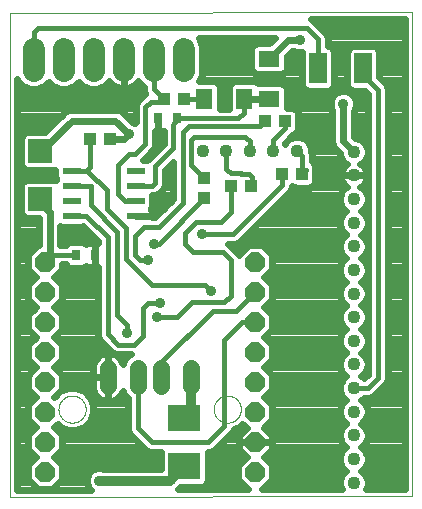
<source format=gtl>
G75*
%MOIN*%
%OFA0B0*%
%FSLAX25Y25*%
%IPPOS*%
%LPD*%
%AMOC8*
5,1,8,0,0,1.08239X$1,22.5*
%
%ADD10C,0.00000*%
%ADD11R,0.06000X0.10000*%
%ADD12R,0.03000X0.03800*%
%ADD13R,0.07874X0.07874*%
%ADD14R,0.11000X0.09000*%
%ADD15R,0.03937X0.04331*%
%ADD16R,0.04331X0.03937*%
%ADD17C,0.04362*%
%ADD18OC8,0.06600*%
%ADD19R,0.06300X0.02400*%
%ADD20C,0.05740*%
%ADD21C,0.07400*%
%ADD22R,0.07087X0.05512*%
%ADD23R,0.05512X0.07087*%
%ADD24C,0.03562*%
%ADD25C,0.02400*%
%ADD26C,0.03200*%
%ADD27C,0.01600*%
D10*
X0002200Y0012366D02*
X0002200Y0173783D01*
X0136255Y0173980D01*
X0136255Y0012563D01*
X0002200Y0012366D01*
X0018341Y0041618D02*
X0018343Y0041752D01*
X0018349Y0041886D01*
X0018359Y0042020D01*
X0018373Y0042154D01*
X0018391Y0042287D01*
X0018412Y0042419D01*
X0018438Y0042551D01*
X0018468Y0042682D01*
X0018501Y0042812D01*
X0018538Y0042940D01*
X0018580Y0043068D01*
X0018624Y0043195D01*
X0018673Y0043320D01*
X0018725Y0043443D01*
X0018781Y0043565D01*
X0018841Y0043686D01*
X0018904Y0043804D01*
X0018970Y0043921D01*
X0019040Y0044035D01*
X0019113Y0044148D01*
X0019190Y0044258D01*
X0019270Y0044366D01*
X0019353Y0044471D01*
X0019439Y0044574D01*
X0019528Y0044674D01*
X0019620Y0044772D01*
X0019715Y0044867D01*
X0019813Y0044959D01*
X0019913Y0045048D01*
X0020016Y0045134D01*
X0020121Y0045217D01*
X0020229Y0045297D01*
X0020339Y0045374D01*
X0020452Y0045447D01*
X0020566Y0045517D01*
X0020683Y0045583D01*
X0020801Y0045646D01*
X0020922Y0045706D01*
X0021044Y0045762D01*
X0021167Y0045814D01*
X0021292Y0045863D01*
X0021419Y0045907D01*
X0021547Y0045949D01*
X0021675Y0045986D01*
X0021805Y0046019D01*
X0021936Y0046049D01*
X0022068Y0046075D01*
X0022200Y0046096D01*
X0022333Y0046114D01*
X0022467Y0046128D01*
X0022601Y0046138D01*
X0022735Y0046144D01*
X0022869Y0046146D01*
X0023003Y0046144D01*
X0023137Y0046138D01*
X0023271Y0046128D01*
X0023405Y0046114D01*
X0023538Y0046096D01*
X0023670Y0046075D01*
X0023802Y0046049D01*
X0023933Y0046019D01*
X0024063Y0045986D01*
X0024191Y0045949D01*
X0024319Y0045907D01*
X0024446Y0045863D01*
X0024571Y0045814D01*
X0024694Y0045762D01*
X0024816Y0045706D01*
X0024937Y0045646D01*
X0025055Y0045583D01*
X0025172Y0045517D01*
X0025286Y0045447D01*
X0025399Y0045374D01*
X0025509Y0045297D01*
X0025617Y0045217D01*
X0025722Y0045134D01*
X0025825Y0045048D01*
X0025925Y0044959D01*
X0026023Y0044867D01*
X0026118Y0044772D01*
X0026210Y0044674D01*
X0026299Y0044574D01*
X0026385Y0044471D01*
X0026468Y0044366D01*
X0026548Y0044258D01*
X0026625Y0044148D01*
X0026698Y0044035D01*
X0026768Y0043921D01*
X0026834Y0043804D01*
X0026897Y0043686D01*
X0026957Y0043565D01*
X0027013Y0043443D01*
X0027065Y0043320D01*
X0027114Y0043195D01*
X0027158Y0043068D01*
X0027200Y0042940D01*
X0027237Y0042812D01*
X0027270Y0042682D01*
X0027300Y0042551D01*
X0027326Y0042419D01*
X0027347Y0042287D01*
X0027365Y0042154D01*
X0027379Y0042020D01*
X0027389Y0041886D01*
X0027395Y0041752D01*
X0027397Y0041618D01*
X0027395Y0041484D01*
X0027389Y0041350D01*
X0027379Y0041216D01*
X0027365Y0041082D01*
X0027347Y0040949D01*
X0027326Y0040817D01*
X0027300Y0040685D01*
X0027270Y0040554D01*
X0027237Y0040424D01*
X0027200Y0040296D01*
X0027158Y0040168D01*
X0027114Y0040041D01*
X0027065Y0039916D01*
X0027013Y0039793D01*
X0026957Y0039671D01*
X0026897Y0039550D01*
X0026834Y0039432D01*
X0026768Y0039315D01*
X0026698Y0039201D01*
X0026625Y0039088D01*
X0026548Y0038978D01*
X0026468Y0038870D01*
X0026385Y0038765D01*
X0026299Y0038662D01*
X0026210Y0038562D01*
X0026118Y0038464D01*
X0026023Y0038369D01*
X0025925Y0038277D01*
X0025825Y0038188D01*
X0025722Y0038102D01*
X0025617Y0038019D01*
X0025509Y0037939D01*
X0025399Y0037862D01*
X0025286Y0037789D01*
X0025172Y0037719D01*
X0025055Y0037653D01*
X0024937Y0037590D01*
X0024816Y0037530D01*
X0024694Y0037474D01*
X0024571Y0037422D01*
X0024446Y0037373D01*
X0024319Y0037329D01*
X0024191Y0037287D01*
X0024063Y0037250D01*
X0023933Y0037217D01*
X0023802Y0037187D01*
X0023670Y0037161D01*
X0023538Y0037140D01*
X0023405Y0037122D01*
X0023271Y0037108D01*
X0023137Y0037098D01*
X0023003Y0037092D01*
X0022869Y0037090D01*
X0022735Y0037092D01*
X0022601Y0037098D01*
X0022467Y0037108D01*
X0022333Y0037122D01*
X0022200Y0037140D01*
X0022068Y0037161D01*
X0021936Y0037187D01*
X0021805Y0037217D01*
X0021675Y0037250D01*
X0021547Y0037287D01*
X0021419Y0037329D01*
X0021292Y0037373D01*
X0021167Y0037422D01*
X0021044Y0037474D01*
X0020922Y0037530D01*
X0020801Y0037590D01*
X0020683Y0037653D01*
X0020566Y0037719D01*
X0020452Y0037789D01*
X0020339Y0037862D01*
X0020229Y0037939D01*
X0020121Y0038019D01*
X0020016Y0038102D01*
X0019913Y0038188D01*
X0019813Y0038277D01*
X0019715Y0038369D01*
X0019620Y0038464D01*
X0019528Y0038562D01*
X0019439Y0038662D01*
X0019353Y0038765D01*
X0019270Y0038870D01*
X0019190Y0038978D01*
X0019113Y0039088D01*
X0019040Y0039201D01*
X0018970Y0039315D01*
X0018904Y0039432D01*
X0018841Y0039550D01*
X0018781Y0039671D01*
X0018725Y0039793D01*
X0018673Y0039916D01*
X0018624Y0040041D01*
X0018580Y0040168D01*
X0018538Y0040296D01*
X0018501Y0040424D01*
X0018468Y0040554D01*
X0018438Y0040685D01*
X0018412Y0040817D01*
X0018391Y0040949D01*
X0018373Y0041082D01*
X0018359Y0041216D01*
X0018349Y0041350D01*
X0018343Y0041484D01*
X0018341Y0041618D01*
X0070074Y0041618D02*
X0070076Y0041752D01*
X0070082Y0041886D01*
X0070092Y0042020D01*
X0070106Y0042154D01*
X0070124Y0042287D01*
X0070145Y0042419D01*
X0070171Y0042551D01*
X0070201Y0042682D01*
X0070234Y0042812D01*
X0070271Y0042940D01*
X0070313Y0043068D01*
X0070357Y0043195D01*
X0070406Y0043320D01*
X0070458Y0043443D01*
X0070514Y0043565D01*
X0070574Y0043686D01*
X0070637Y0043804D01*
X0070703Y0043921D01*
X0070773Y0044035D01*
X0070846Y0044148D01*
X0070923Y0044258D01*
X0071003Y0044366D01*
X0071086Y0044471D01*
X0071172Y0044574D01*
X0071261Y0044674D01*
X0071353Y0044772D01*
X0071448Y0044867D01*
X0071546Y0044959D01*
X0071646Y0045048D01*
X0071749Y0045134D01*
X0071854Y0045217D01*
X0071962Y0045297D01*
X0072072Y0045374D01*
X0072185Y0045447D01*
X0072299Y0045517D01*
X0072416Y0045583D01*
X0072534Y0045646D01*
X0072655Y0045706D01*
X0072777Y0045762D01*
X0072900Y0045814D01*
X0073025Y0045863D01*
X0073152Y0045907D01*
X0073280Y0045949D01*
X0073408Y0045986D01*
X0073538Y0046019D01*
X0073669Y0046049D01*
X0073801Y0046075D01*
X0073933Y0046096D01*
X0074066Y0046114D01*
X0074200Y0046128D01*
X0074334Y0046138D01*
X0074468Y0046144D01*
X0074602Y0046146D01*
X0074736Y0046144D01*
X0074870Y0046138D01*
X0075004Y0046128D01*
X0075138Y0046114D01*
X0075271Y0046096D01*
X0075403Y0046075D01*
X0075535Y0046049D01*
X0075666Y0046019D01*
X0075796Y0045986D01*
X0075924Y0045949D01*
X0076052Y0045907D01*
X0076179Y0045863D01*
X0076304Y0045814D01*
X0076427Y0045762D01*
X0076549Y0045706D01*
X0076670Y0045646D01*
X0076788Y0045583D01*
X0076905Y0045517D01*
X0077019Y0045447D01*
X0077132Y0045374D01*
X0077242Y0045297D01*
X0077350Y0045217D01*
X0077455Y0045134D01*
X0077558Y0045048D01*
X0077658Y0044959D01*
X0077756Y0044867D01*
X0077851Y0044772D01*
X0077943Y0044674D01*
X0078032Y0044574D01*
X0078118Y0044471D01*
X0078201Y0044366D01*
X0078281Y0044258D01*
X0078358Y0044148D01*
X0078431Y0044035D01*
X0078501Y0043921D01*
X0078567Y0043804D01*
X0078630Y0043686D01*
X0078690Y0043565D01*
X0078746Y0043443D01*
X0078798Y0043320D01*
X0078847Y0043195D01*
X0078891Y0043068D01*
X0078933Y0042940D01*
X0078970Y0042812D01*
X0079003Y0042682D01*
X0079033Y0042551D01*
X0079059Y0042419D01*
X0079080Y0042287D01*
X0079098Y0042154D01*
X0079112Y0042020D01*
X0079122Y0041886D01*
X0079128Y0041752D01*
X0079130Y0041618D01*
X0079128Y0041484D01*
X0079122Y0041350D01*
X0079112Y0041216D01*
X0079098Y0041082D01*
X0079080Y0040949D01*
X0079059Y0040817D01*
X0079033Y0040685D01*
X0079003Y0040554D01*
X0078970Y0040424D01*
X0078933Y0040296D01*
X0078891Y0040168D01*
X0078847Y0040041D01*
X0078798Y0039916D01*
X0078746Y0039793D01*
X0078690Y0039671D01*
X0078630Y0039550D01*
X0078567Y0039432D01*
X0078501Y0039315D01*
X0078431Y0039201D01*
X0078358Y0039088D01*
X0078281Y0038978D01*
X0078201Y0038870D01*
X0078118Y0038765D01*
X0078032Y0038662D01*
X0077943Y0038562D01*
X0077851Y0038464D01*
X0077756Y0038369D01*
X0077658Y0038277D01*
X0077558Y0038188D01*
X0077455Y0038102D01*
X0077350Y0038019D01*
X0077242Y0037939D01*
X0077132Y0037862D01*
X0077019Y0037789D01*
X0076905Y0037719D01*
X0076788Y0037653D01*
X0076670Y0037590D01*
X0076549Y0037530D01*
X0076427Y0037474D01*
X0076304Y0037422D01*
X0076179Y0037373D01*
X0076052Y0037329D01*
X0075924Y0037287D01*
X0075796Y0037250D01*
X0075666Y0037217D01*
X0075535Y0037187D01*
X0075403Y0037161D01*
X0075271Y0037140D01*
X0075138Y0037122D01*
X0075004Y0037108D01*
X0074870Y0037098D01*
X0074736Y0037092D01*
X0074602Y0037090D01*
X0074468Y0037092D01*
X0074334Y0037098D01*
X0074200Y0037108D01*
X0074066Y0037122D01*
X0073933Y0037140D01*
X0073801Y0037161D01*
X0073669Y0037187D01*
X0073538Y0037217D01*
X0073408Y0037250D01*
X0073280Y0037287D01*
X0073152Y0037329D01*
X0073025Y0037373D01*
X0072900Y0037422D01*
X0072777Y0037474D01*
X0072655Y0037530D01*
X0072534Y0037590D01*
X0072416Y0037653D01*
X0072299Y0037719D01*
X0072185Y0037789D01*
X0072072Y0037862D01*
X0071962Y0037939D01*
X0071854Y0038019D01*
X0071749Y0038102D01*
X0071646Y0038188D01*
X0071546Y0038277D01*
X0071448Y0038369D01*
X0071353Y0038464D01*
X0071261Y0038562D01*
X0071172Y0038662D01*
X0071086Y0038765D01*
X0071003Y0038870D01*
X0070923Y0038978D01*
X0070846Y0039088D01*
X0070773Y0039201D01*
X0070703Y0039315D01*
X0070637Y0039432D01*
X0070574Y0039550D01*
X0070514Y0039671D01*
X0070458Y0039793D01*
X0070406Y0039916D01*
X0070357Y0040041D01*
X0070313Y0040168D01*
X0070271Y0040296D01*
X0070234Y0040424D01*
X0070201Y0040554D01*
X0070171Y0040685D01*
X0070145Y0040817D01*
X0070124Y0040949D01*
X0070106Y0041082D01*
X0070092Y0041216D01*
X0070082Y0041350D01*
X0070076Y0041484D01*
X0070074Y0041618D01*
D11*
X0104936Y0155201D03*
X0119936Y0155201D03*
D12*
X0057741Y0138547D03*
X0051541Y0138547D03*
X0030497Y0093035D03*
X0024297Y0093035D03*
D13*
X0012239Y0111776D03*
X0012239Y0127524D03*
D14*
X0060271Y0038728D03*
X0060271Y0022618D03*
D15*
X0075980Y0115949D03*
X0082672Y0115949D03*
X0092948Y0120043D03*
X0099641Y0120043D03*
X0093893Y0137524D03*
X0087200Y0137524D03*
X0060192Y0144925D03*
X0053499Y0144925D03*
X0035625Y0131815D03*
X0028932Y0131815D03*
D16*
X0067003Y0118587D03*
X0067003Y0111894D03*
D17*
X0066373Y0127642D03*
X0074247Y0127642D03*
X0082121Y0127642D03*
X0089995Y0127642D03*
X0097869Y0127642D03*
X0116767Y0127366D03*
X0116767Y0119492D03*
X0116767Y0111618D03*
X0116767Y0103744D03*
X0116767Y0095870D03*
X0116767Y0087996D03*
X0116767Y0080122D03*
X0116767Y0072248D03*
X0116767Y0064374D03*
X0116767Y0056500D03*
X0116767Y0048626D03*
X0116767Y0040752D03*
X0116767Y0032878D03*
X0116767Y0025004D03*
X0116767Y0017130D03*
D18*
X0083932Y0020555D03*
X0083932Y0030555D03*
X0083932Y0040555D03*
X0083932Y0050555D03*
X0083932Y0060555D03*
X0083932Y0070555D03*
X0083932Y0080555D03*
X0083932Y0090555D03*
X0013932Y0090555D03*
X0013932Y0080555D03*
X0013932Y0070555D03*
X0013932Y0060555D03*
X0013932Y0050555D03*
X0013932Y0040555D03*
X0013932Y0030555D03*
X0013932Y0020555D03*
D19*
X0022860Y0106087D03*
X0022860Y0111087D03*
X0022860Y0116087D03*
X0022860Y0121087D03*
X0044060Y0121087D03*
X0044060Y0116087D03*
X0044060Y0111087D03*
X0044060Y0106087D03*
D20*
X0044798Y0055157D02*
X0044798Y0049417D01*
X0052672Y0049417D02*
X0052672Y0055157D01*
X0062515Y0055157D02*
X0062515Y0049417D01*
X0034956Y0049417D02*
X0034956Y0055157D01*
D21*
X0030074Y0154335D02*
X0030074Y0161735D01*
X0020074Y0161735D02*
X0020074Y0154335D01*
X0010074Y0154335D02*
X0010074Y0161735D01*
X0040074Y0161735D02*
X0040074Y0154335D01*
X0050074Y0154335D02*
X0050074Y0161735D01*
X0060074Y0161735D02*
X0060074Y0154335D01*
D22*
X0088539Y0158390D03*
X0088539Y0145004D03*
D23*
X0080310Y0144925D03*
X0066924Y0144925D03*
D24*
X0051413Y0130909D03*
X0041767Y0133350D03*
X0055704Y0118626D03*
X0051216Y0107169D03*
X0050113Y0096776D03*
X0048224Y0091343D03*
X0052082Y0077012D03*
X0051137Y0072169D03*
X0041334Y0067012D03*
X0021452Y0099925D03*
X0066019Y0099886D03*
X0069050Y0081067D03*
X0113224Y0143350D03*
X0098735Y0164728D03*
X0031964Y0017799D03*
D25*
X0033233Y0021799D02*
X0032795Y0021980D01*
X0031132Y0021980D01*
X0029595Y0021344D01*
X0028419Y0020168D01*
X0027783Y0018631D01*
X0027783Y0016968D01*
X0028419Y0015431D01*
X0029044Y0014806D01*
X0004600Y0014770D01*
X0004600Y0151611D01*
X0004903Y0150880D01*
X0006619Y0149164D01*
X0008861Y0148235D01*
X0011287Y0148235D01*
X0013529Y0149164D01*
X0015074Y0150709D01*
X0016619Y0149164D01*
X0018861Y0148235D01*
X0021287Y0148235D01*
X0023529Y0149164D01*
X0025074Y0150709D01*
X0026619Y0149164D01*
X0028861Y0148235D01*
X0031287Y0148235D01*
X0033529Y0149164D01*
X0035245Y0150880D01*
X0035262Y0150921D01*
X0035574Y0150492D01*
X0036230Y0149835D01*
X0036982Y0149289D01*
X0037809Y0148868D01*
X0038692Y0148581D01*
X0039610Y0148435D01*
X0040074Y0148435D01*
X0040538Y0148435D01*
X0041456Y0148581D01*
X0042339Y0148868D01*
X0043166Y0149289D01*
X0043918Y0149835D01*
X0044574Y0150492D01*
X0044886Y0150921D01*
X0044903Y0150880D01*
X0046619Y0149164D01*
X0046874Y0149058D01*
X0046874Y0147714D01*
X0047268Y0146763D01*
X0045427Y0144921D01*
X0044527Y0144021D01*
X0044039Y0142845D01*
X0044039Y0137428D01*
X0044000Y0137333D01*
X0044000Y0136951D01*
X0042732Y0137476D01*
X0039357Y0140851D01*
X0038034Y0141399D01*
X0022035Y0141399D01*
X0020712Y0140851D01*
X0019699Y0139838D01*
X0013721Y0133861D01*
X0007825Y0133861D01*
X0006943Y0133495D01*
X0006268Y0132820D01*
X0005902Y0131938D01*
X0005902Y0123109D01*
X0006268Y0122227D01*
X0006943Y0121552D01*
X0007825Y0121187D01*
X0016654Y0121187D01*
X0017310Y0121458D01*
X0017310Y0119409D01*
X0017651Y0118587D01*
X0017337Y0117830D01*
X0016654Y0118113D01*
X0007825Y0118113D01*
X0006943Y0117747D01*
X0006268Y0117072D01*
X0005902Y0116190D01*
X0005902Y0107361D01*
X0006268Y0106479D01*
X0006943Y0105804D01*
X0007825Y0105439D01*
X0011750Y0105439D01*
X0011750Y0096255D01*
X0011571Y0096255D01*
X0008232Y0092916D01*
X0008232Y0088194D01*
X0010871Y0085555D01*
X0008232Y0082916D01*
X0008232Y0078194D01*
X0010871Y0075555D01*
X0008232Y0072916D01*
X0008232Y0068194D01*
X0010871Y0065555D01*
X0008232Y0062916D01*
X0008232Y0058194D01*
X0010871Y0055555D01*
X0008232Y0052916D01*
X0008232Y0048194D01*
X0010871Y0045555D01*
X0008232Y0042916D01*
X0008232Y0038194D01*
X0010871Y0035555D01*
X0008232Y0032916D01*
X0008232Y0028194D01*
X0010871Y0025555D01*
X0008232Y0022916D01*
X0008232Y0018194D01*
X0011571Y0014855D01*
X0016293Y0014855D01*
X0019632Y0018194D01*
X0019632Y0022916D01*
X0016993Y0025555D01*
X0019632Y0028194D01*
X0019632Y0032916D01*
X0016993Y0035555D01*
X0018064Y0036626D01*
X0018945Y0035745D01*
X0021491Y0034691D01*
X0024247Y0034691D01*
X0026793Y0035745D01*
X0028742Y0037694D01*
X0029797Y0040240D01*
X0029797Y0042996D01*
X0028742Y0045542D01*
X0026793Y0047491D01*
X0024247Y0048546D01*
X0021491Y0048546D01*
X0018945Y0047491D01*
X0017001Y0045547D01*
X0016993Y0045555D01*
X0019632Y0048194D01*
X0019632Y0052916D01*
X0016993Y0055555D01*
X0019632Y0058194D01*
X0019632Y0062916D01*
X0016993Y0065555D01*
X0019632Y0068194D01*
X0019632Y0072916D01*
X0016993Y0075555D01*
X0019632Y0078194D01*
X0019632Y0082916D01*
X0016993Y0085555D01*
X0019632Y0088194D01*
X0019632Y0089835D01*
X0020738Y0089835D01*
X0020762Y0089776D01*
X0021437Y0089101D01*
X0022319Y0088735D01*
X0026274Y0088735D01*
X0027156Y0089101D01*
X0027538Y0089483D01*
X0027646Y0089375D01*
X0028148Y0089085D01*
X0028707Y0088935D01*
X0030497Y0088935D01*
X0031520Y0088935D01*
X0031520Y0066021D01*
X0032007Y0064845D01*
X0035590Y0061262D01*
X0036490Y0060362D01*
X0037666Y0059875D01*
X0042416Y0059875D01*
X0041813Y0059625D01*
X0040331Y0058143D01*
X0039763Y0056771D01*
X0039655Y0057104D01*
X0039292Y0057815D01*
X0038823Y0058460D01*
X0038259Y0059025D01*
X0037613Y0059494D01*
X0036902Y0059856D01*
X0036143Y0060103D01*
X0035355Y0060228D01*
X0034956Y0060228D01*
X0034956Y0052288D01*
X0034956Y0052288D01*
X0034956Y0060228D01*
X0034557Y0060228D01*
X0033769Y0060103D01*
X0033010Y0059856D01*
X0032299Y0059494D01*
X0031653Y0059025D01*
X0031089Y0058460D01*
X0030620Y0057815D01*
X0030257Y0057104D01*
X0030011Y0056345D01*
X0029886Y0055557D01*
X0029886Y0052287D01*
X0029886Y0049018D01*
X0030011Y0048230D01*
X0030257Y0047471D01*
X0030620Y0046760D01*
X0031089Y0046114D01*
X0031653Y0045550D01*
X0032299Y0045081D01*
X0033010Y0044719D01*
X0033769Y0044472D01*
X0034557Y0044347D01*
X0034956Y0044347D01*
X0035355Y0044347D01*
X0036143Y0044472D01*
X0036902Y0044719D01*
X0037613Y0045081D01*
X0038259Y0045550D01*
X0038823Y0046114D01*
X0039292Y0046760D01*
X0039655Y0047471D01*
X0039763Y0047804D01*
X0040331Y0046432D01*
X0041598Y0045164D01*
X0041598Y0034525D01*
X0042086Y0033349D01*
X0047553Y0027882D01*
X0048729Y0027394D01*
X0052371Y0027394D01*
X0052371Y0021799D01*
X0033233Y0021799D01*
X0032844Y0021960D02*
X0052371Y0021960D01*
X0052371Y0024359D02*
X0018190Y0024359D01*
X0019632Y0021960D02*
X0031084Y0021960D01*
X0028168Y0019562D02*
X0019632Y0019562D01*
X0018601Y0017163D02*
X0027783Y0017163D01*
X0018195Y0026757D02*
X0052371Y0026757D01*
X0046279Y0029156D02*
X0019632Y0029156D01*
X0019632Y0031554D02*
X0043880Y0031554D01*
X0041835Y0033953D02*
X0018596Y0033953D01*
X0018339Y0036351D02*
X0017789Y0036351D01*
X0010075Y0036351D02*
X0004600Y0036351D01*
X0004600Y0033953D02*
X0009269Y0033953D01*
X0008232Y0031554D02*
X0004600Y0031554D01*
X0004600Y0029156D02*
X0008232Y0029156D01*
X0009669Y0026757D02*
X0004600Y0026757D01*
X0004600Y0024359D02*
X0009675Y0024359D01*
X0008232Y0021960D02*
X0004600Y0021960D01*
X0004600Y0019562D02*
X0008232Y0019562D01*
X0009263Y0017163D02*
X0004600Y0017163D01*
X0004600Y0038750D02*
X0008232Y0038750D01*
X0008232Y0041148D02*
X0004600Y0041148D01*
X0004600Y0043547D02*
X0008863Y0043547D01*
X0010481Y0045945D02*
X0004600Y0045945D01*
X0004600Y0048344D02*
X0008232Y0048344D01*
X0008232Y0050742D02*
X0004600Y0050742D01*
X0004600Y0053141D02*
X0008457Y0053141D01*
X0010855Y0055539D02*
X0004600Y0055539D01*
X0004600Y0057938D02*
X0008489Y0057938D01*
X0008232Y0060336D02*
X0004600Y0060336D01*
X0004600Y0062735D02*
X0008232Y0062735D01*
X0010450Y0065133D02*
X0004600Y0065133D01*
X0004600Y0067532D02*
X0008894Y0067532D01*
X0008232Y0069930D02*
X0004600Y0069930D01*
X0004600Y0072329D02*
X0008232Y0072329D01*
X0010044Y0074727D02*
X0004600Y0074727D01*
X0004600Y0077126D02*
X0009300Y0077126D01*
X0008232Y0079524D02*
X0004600Y0079524D01*
X0004600Y0081923D02*
X0008232Y0081923D01*
X0009638Y0084321D02*
X0004600Y0084321D01*
X0004600Y0086720D02*
X0009706Y0086720D01*
X0008232Y0089119D02*
X0004600Y0089119D01*
X0004600Y0091517D02*
X0008232Y0091517D01*
X0009232Y0093916D02*
X0004600Y0093916D01*
X0004600Y0096314D02*
X0011750Y0096314D01*
X0011750Y0098713D02*
X0004600Y0098713D01*
X0004600Y0101111D02*
X0011750Y0101111D01*
X0011750Y0103510D02*
X0004600Y0103510D01*
X0004600Y0105908D02*
X0006839Y0105908D01*
X0005902Y0108307D02*
X0004600Y0108307D01*
X0004600Y0110705D02*
X0005902Y0110705D01*
X0005902Y0113104D02*
X0004600Y0113104D01*
X0004600Y0115502D02*
X0005902Y0115502D01*
X0004600Y0117901D02*
X0007313Y0117901D01*
X0004600Y0120299D02*
X0017310Y0120299D01*
X0017366Y0117901D02*
X0017165Y0117901D01*
X0012239Y0111776D02*
X0012239Y0110358D01*
X0015350Y0107248D01*
X0015350Y0092839D01*
X0015350Y0091972D01*
X0013932Y0090555D01*
X0018158Y0086720D02*
X0031520Y0086720D01*
X0030497Y0088935D02*
X0030497Y0093035D01*
X0030497Y0093035D01*
X0030497Y0088935D01*
X0030497Y0089119D02*
X0030497Y0089119D01*
X0030497Y0091517D02*
X0030497Y0091517D01*
X0030497Y0093036D02*
X0030497Y0097135D01*
X0031520Y0097135D01*
X0031520Y0097537D01*
X0026546Y0102511D01*
X0026487Y0102487D01*
X0019232Y0102487D01*
X0018950Y0102604D01*
X0018950Y0096235D01*
X0020738Y0096235D01*
X0020762Y0096295D01*
X0021437Y0096970D01*
X0022319Y0097335D01*
X0026274Y0097335D01*
X0027156Y0096970D01*
X0027538Y0096588D01*
X0027646Y0096696D01*
X0028148Y0096985D01*
X0028707Y0097135D01*
X0030497Y0097135D01*
X0030497Y0093036D01*
X0030497Y0093036D01*
X0030497Y0093916D02*
X0030497Y0093916D01*
X0030497Y0096314D02*
X0030497Y0096314D01*
X0030344Y0098713D02*
X0018950Y0098713D01*
X0018950Y0101111D02*
X0027945Y0101111D01*
X0020781Y0096314D02*
X0018950Y0096314D01*
X0019632Y0089119D02*
X0021420Y0089119D01*
X0018227Y0084321D02*
X0031520Y0084321D01*
X0031520Y0081923D02*
X0019632Y0081923D01*
X0019632Y0079524D02*
X0031520Y0079524D01*
X0031520Y0077126D02*
X0018564Y0077126D01*
X0017821Y0074727D02*
X0031520Y0074727D01*
X0031520Y0072329D02*
X0019632Y0072329D01*
X0019632Y0069930D02*
X0031520Y0069930D01*
X0031520Y0067532D02*
X0018970Y0067532D01*
X0017415Y0065133D02*
X0031887Y0065133D01*
X0034117Y0062735D02*
X0019632Y0062735D01*
X0019632Y0060336D02*
X0036552Y0060336D01*
X0034956Y0057938D02*
X0034956Y0057938D01*
X0034956Y0055539D02*
X0034956Y0055539D01*
X0034956Y0053141D02*
X0034956Y0053141D01*
X0034956Y0052287D02*
X0034956Y0052287D01*
X0034956Y0044347D01*
X0034956Y0052287D01*
X0034956Y0052287D01*
X0029886Y0052287D01*
X0034956Y0052287D01*
X0034956Y0050742D02*
X0034956Y0050742D01*
X0034956Y0048344D02*
X0034956Y0048344D01*
X0034956Y0045945D02*
X0034956Y0045945D01*
X0038654Y0045945D02*
X0040817Y0045945D01*
X0041598Y0043547D02*
X0029569Y0043547D01*
X0029797Y0041148D02*
X0041598Y0041148D01*
X0041598Y0038750D02*
X0029180Y0038750D01*
X0027399Y0036351D02*
X0041598Y0036351D01*
X0031258Y0045945D02*
X0028339Y0045945D01*
X0029993Y0048344D02*
X0024735Y0048344D01*
X0021004Y0048344D02*
X0019632Y0048344D01*
X0019632Y0050742D02*
X0029886Y0050742D01*
X0029886Y0053141D02*
X0019408Y0053141D01*
X0017009Y0055539D02*
X0029886Y0055539D01*
X0030709Y0057938D02*
X0019376Y0057938D01*
X0017399Y0045945D02*
X0017383Y0045945D01*
X0039203Y0057938D02*
X0040246Y0057938D01*
X0028090Y0089119D02*
X0027174Y0089119D01*
X0044060Y0106087D02*
X0044060Y0106087D01*
X0049410Y0106087D01*
X0049410Y0107576D01*
X0049260Y0108136D01*
X0049111Y0108394D01*
X0049244Y0108527D01*
X0049610Y0109409D01*
X0049610Y0112764D01*
X0049559Y0112887D01*
X0050297Y0112887D01*
X0051473Y0113374D01*
X0053220Y0115120D01*
X0053707Y0116297D01*
X0053707Y0119633D01*
X0053825Y0119919D01*
X0053825Y0121316D01*
X0056638Y0124129D01*
X0056638Y0111566D01*
X0050678Y0105605D01*
X0049410Y0105605D01*
X0049410Y0106087D01*
X0044060Y0106087D01*
X0049410Y0105908D02*
X0050980Y0105908D01*
X0049161Y0108307D02*
X0053379Y0108307D01*
X0055777Y0110705D02*
X0049610Y0110705D01*
X0050821Y0113104D02*
X0056638Y0113104D01*
X0056638Y0115502D02*
X0053378Y0115502D01*
X0053707Y0117901D02*
X0056638Y0117901D01*
X0056638Y0120299D02*
X0053825Y0120299D01*
X0055207Y0122698D02*
X0056638Y0122698D01*
X0050953Y0127495D02*
X0049295Y0127495D01*
X0049013Y0127212D02*
X0049913Y0128113D01*
X0050400Y0129289D01*
X0050400Y0134447D01*
X0051541Y0134447D01*
X0053331Y0134447D01*
X0053370Y0134458D01*
X0053370Y0129912D01*
X0048813Y0125355D01*
X0048813Y0125355D01*
X0048011Y0124553D01*
X0047687Y0124687D01*
X0046487Y0124687D01*
X0049013Y0127212D01*
X0048554Y0125096D02*
X0046896Y0125096D01*
X0050400Y0129893D02*
X0053351Y0129893D01*
X0053370Y0132292D02*
X0050400Y0132292D01*
X0051541Y0134447D02*
X0051541Y0138547D01*
X0051541Y0134447D01*
X0051541Y0134690D02*
X0051541Y0134690D01*
X0051541Y0137089D02*
X0051541Y0137089D01*
X0051541Y0138547D02*
X0051541Y0138547D01*
X0045427Y0144921D02*
X0045427Y0144921D01*
X0044789Y0144284D02*
X0004600Y0144284D01*
X0004600Y0141886D02*
X0044039Y0141886D01*
X0044039Y0139487D02*
X0040721Y0139487D01*
X0043667Y0137089D02*
X0044000Y0137089D01*
X0041767Y0133350D02*
X0037318Y0137799D01*
X0022751Y0137799D01*
X0012476Y0127524D01*
X0012239Y0127524D01*
X0005902Y0127495D02*
X0004600Y0127495D01*
X0004600Y0129893D02*
X0005902Y0129893D01*
X0006049Y0132292D02*
X0004600Y0132292D01*
X0004600Y0134690D02*
X0014551Y0134690D01*
X0016950Y0137089D02*
X0004600Y0137089D01*
X0004600Y0139487D02*
X0019348Y0139487D01*
X0016819Y0149081D02*
X0013329Y0149081D01*
X0006819Y0149081D02*
X0004600Y0149081D01*
X0004600Y0146683D02*
X0047188Y0146683D01*
X0046819Y0149081D02*
X0042758Y0149081D01*
X0040074Y0149081D02*
X0040074Y0149081D01*
X0040074Y0148435D02*
X0040074Y0158035D01*
X0040074Y0158035D01*
X0040074Y0148435D01*
X0037390Y0149081D02*
X0033329Y0149081D01*
X0040074Y0151480D02*
X0040074Y0151480D01*
X0040074Y0153878D02*
X0040074Y0153878D01*
X0040074Y0156277D02*
X0040074Y0156277D01*
X0026819Y0149081D02*
X0023329Y0149081D01*
X0035625Y0131815D02*
X0037476Y0131815D01*
X0035625Y0131815D02*
X0040231Y0131815D01*
X0041767Y0133350D01*
X0065234Y0150868D02*
X0065245Y0150880D01*
X0066174Y0153122D01*
X0066174Y0162949D01*
X0065245Y0165191D01*
X0065050Y0165387D01*
X0090444Y0165387D01*
X0088603Y0163546D01*
X0084518Y0163546D01*
X0083636Y0163180D01*
X0082961Y0162505D01*
X0082595Y0161623D01*
X0082595Y0155156D01*
X0082961Y0154274D01*
X0083636Y0153599D01*
X0084518Y0153234D01*
X0092559Y0153234D01*
X0093441Y0153599D01*
X0094116Y0154274D01*
X0094482Y0155156D01*
X0094482Y0159242D01*
X0096368Y0161128D01*
X0096501Y0161128D01*
X0097904Y0160547D01*
X0099536Y0160547D01*
X0099536Y0149723D01*
X0099902Y0148841D01*
X0100577Y0148166D01*
X0101459Y0147801D01*
X0108414Y0147801D01*
X0109296Y0148166D01*
X0109971Y0148841D01*
X0110336Y0149723D01*
X0110336Y0160678D01*
X0109971Y0161560D01*
X0109296Y0162235D01*
X0108414Y0162601D01*
X0108136Y0162601D01*
X0108136Y0165463D01*
X0107649Y0166639D01*
X0102989Y0171299D01*
X0102431Y0171531D01*
X0133855Y0171577D01*
X0133855Y0014959D01*
X0120819Y0014940D01*
X0121348Y0016219D01*
X0121348Y0018041D01*
X0120651Y0019725D01*
X0119362Y0021014D01*
X0119233Y0021067D01*
X0119362Y0021120D01*
X0120651Y0022409D01*
X0121348Y0024093D01*
X0121348Y0025915D01*
X0120651Y0027599D01*
X0119362Y0028888D01*
X0119233Y0028941D01*
X0119362Y0028994D01*
X0120651Y0030283D01*
X0121348Y0031967D01*
X0121348Y0033789D01*
X0120651Y0035473D01*
X0119362Y0036762D01*
X0119233Y0036815D01*
X0119362Y0036868D01*
X0120651Y0038157D01*
X0121348Y0039841D01*
X0121348Y0041663D01*
X0120651Y0043347D01*
X0119362Y0044636D01*
X0119233Y0044689D01*
X0119362Y0044742D01*
X0120046Y0045426D01*
X0122010Y0045426D01*
X0123186Y0045913D01*
X0126690Y0049417D01*
X0127590Y0050317D01*
X0128077Y0051493D01*
X0128077Y0148751D01*
X0127590Y0149927D01*
X0125336Y0152181D01*
X0125336Y0160678D01*
X0124971Y0161560D01*
X0124296Y0162235D01*
X0123414Y0162601D01*
X0116459Y0162601D01*
X0115577Y0162235D01*
X0114902Y0161560D01*
X0114536Y0160678D01*
X0114536Y0149723D01*
X0114902Y0148841D01*
X0115577Y0148166D01*
X0116459Y0147801D01*
X0120665Y0147801D01*
X0121677Y0146789D01*
X0121677Y0053455D01*
X0120048Y0051826D01*
X0120046Y0051826D01*
X0119362Y0052510D01*
X0119233Y0052563D01*
X0119362Y0052616D01*
X0120651Y0053905D01*
X0121348Y0055589D01*
X0121348Y0057411D01*
X0120651Y0059095D01*
X0119362Y0060384D01*
X0119233Y0060437D01*
X0119362Y0060490D01*
X0120651Y0061779D01*
X0121348Y0063463D01*
X0121348Y0065285D01*
X0120651Y0066969D01*
X0119362Y0068258D01*
X0119233Y0068311D01*
X0119362Y0068364D01*
X0120651Y0069653D01*
X0121348Y0071337D01*
X0121348Y0073159D01*
X0120651Y0074843D01*
X0119362Y0076132D01*
X0119233Y0076185D01*
X0119362Y0076238D01*
X0120651Y0077527D01*
X0121348Y0079211D01*
X0121348Y0081033D01*
X0120651Y0082717D01*
X0119362Y0084006D01*
X0119233Y0084059D01*
X0119362Y0084112D01*
X0120651Y0085401D01*
X0121348Y0087085D01*
X0121348Y0088907D01*
X0120651Y0090591D01*
X0119362Y0091880D01*
X0119233Y0091933D01*
X0119362Y0091986D01*
X0120651Y0093275D01*
X0121348Y0094959D01*
X0121348Y0096781D01*
X0120651Y0098465D01*
X0119362Y0099754D01*
X0119233Y0099807D01*
X0119362Y0099860D01*
X0120651Y0101149D01*
X0121348Y0102833D01*
X0121348Y0104655D01*
X0120651Y0106339D01*
X0119362Y0107628D01*
X0119233Y0107681D01*
X0119362Y0107734D01*
X0120651Y0109023D01*
X0121348Y0110707D01*
X0121348Y0112529D01*
X0120651Y0114213D01*
X0119362Y0115502D01*
X0118934Y0115679D01*
X0119063Y0115745D01*
X0119621Y0116150D01*
X0120109Y0116638D01*
X0120514Y0117196D01*
X0120827Y0117810D01*
X0121040Y0118466D01*
X0121148Y0119147D01*
X0121148Y0119492D01*
X0116767Y0119492D01*
X0116767Y0119492D01*
X0121148Y0119492D01*
X0121148Y0119837D01*
X0121040Y0120518D01*
X0120827Y0121174D01*
X0120514Y0121788D01*
X0120109Y0122346D01*
X0119621Y0122834D01*
X0119063Y0123239D01*
X0118934Y0123305D01*
X0119362Y0123482D01*
X0120651Y0124771D01*
X0121348Y0126455D01*
X0121348Y0128277D01*
X0120651Y0129961D01*
X0119362Y0131250D01*
X0117678Y0131947D01*
X0117277Y0131947D01*
X0116754Y0132470D01*
X0116809Y0141081D01*
X0117405Y0142519D01*
X0117405Y0144182D01*
X0116768Y0145719D01*
X0115592Y0146895D01*
X0114055Y0147531D01*
X0112392Y0147531D01*
X0110855Y0146895D01*
X0109679Y0145719D01*
X0109043Y0144182D01*
X0109043Y0142519D01*
X0109610Y0141150D01*
X0109549Y0131715D01*
X0109545Y0131704D01*
X0109545Y0131000D01*
X0109540Y0130295D01*
X0109545Y0130284D01*
X0109545Y0130272D01*
X0109814Y0129621D01*
X0110080Y0128968D01*
X0110088Y0128960D01*
X0110093Y0128949D01*
X0110591Y0128451D01*
X0111086Y0127949D01*
X0111097Y0127945D01*
X0112186Y0126856D01*
X0112186Y0126455D01*
X0112883Y0124771D01*
X0114172Y0123482D01*
X0114600Y0123305D01*
X0114471Y0123239D01*
X0113913Y0122834D01*
X0113425Y0122346D01*
X0113020Y0121788D01*
X0112707Y0121174D01*
X0112494Y0120518D01*
X0112386Y0119837D01*
X0112386Y0119492D01*
X0112386Y0119147D01*
X0112494Y0118466D01*
X0112707Y0117810D01*
X0113020Y0117196D01*
X0113425Y0116638D01*
X0113913Y0116150D01*
X0114471Y0115745D01*
X0114600Y0115679D01*
X0114172Y0115502D01*
X0112883Y0114213D01*
X0112186Y0112529D01*
X0112186Y0110707D01*
X0112883Y0109023D01*
X0114172Y0107734D01*
X0114301Y0107681D01*
X0114172Y0107628D01*
X0112883Y0106339D01*
X0112186Y0104655D01*
X0112186Y0102833D01*
X0112883Y0101149D01*
X0114172Y0099860D01*
X0114301Y0099807D01*
X0114172Y0099754D01*
X0112883Y0098465D01*
X0112186Y0096781D01*
X0112186Y0094959D01*
X0112883Y0093275D01*
X0114172Y0091986D01*
X0114301Y0091933D01*
X0114172Y0091880D01*
X0112883Y0090591D01*
X0112186Y0088907D01*
X0112186Y0087085D01*
X0112883Y0085401D01*
X0114172Y0084112D01*
X0114301Y0084059D01*
X0114172Y0084006D01*
X0112883Y0082717D01*
X0112186Y0081033D01*
X0112186Y0079211D01*
X0112883Y0077527D01*
X0114172Y0076238D01*
X0114301Y0076185D01*
X0114172Y0076132D01*
X0112883Y0074843D01*
X0112186Y0073159D01*
X0112186Y0071337D01*
X0112883Y0069653D01*
X0114172Y0068364D01*
X0114301Y0068311D01*
X0114172Y0068258D01*
X0112883Y0066969D01*
X0112186Y0065285D01*
X0112186Y0063463D01*
X0112883Y0061779D01*
X0114172Y0060490D01*
X0114301Y0060437D01*
X0114172Y0060384D01*
X0112883Y0059095D01*
X0112186Y0057411D01*
X0112186Y0055589D01*
X0112883Y0053905D01*
X0114172Y0052616D01*
X0114301Y0052563D01*
X0114172Y0052510D01*
X0112883Y0051221D01*
X0112186Y0049537D01*
X0112186Y0047715D01*
X0112883Y0046031D01*
X0114172Y0044742D01*
X0114301Y0044689D01*
X0114172Y0044636D01*
X0112883Y0043347D01*
X0112186Y0041663D01*
X0112186Y0039841D01*
X0112883Y0038157D01*
X0114172Y0036868D01*
X0114301Y0036815D01*
X0114172Y0036762D01*
X0112883Y0035473D01*
X0112186Y0033789D01*
X0112186Y0031967D01*
X0112883Y0030283D01*
X0114172Y0028994D01*
X0114301Y0028941D01*
X0114172Y0028888D01*
X0112883Y0027599D01*
X0112186Y0025915D01*
X0112186Y0024093D01*
X0112883Y0022409D01*
X0114172Y0021120D01*
X0114301Y0021067D01*
X0114172Y0021014D01*
X0112883Y0019725D01*
X0112186Y0018041D01*
X0112186Y0016219D01*
X0112720Y0014928D01*
X0086328Y0014890D01*
X0089632Y0018194D01*
X0089632Y0022916D01*
X0086852Y0025697D01*
X0089432Y0028277D01*
X0089432Y0030555D01*
X0083932Y0030555D01*
X0078432Y0030555D01*
X0078432Y0028277D01*
X0081013Y0025697D01*
X0078232Y0022916D01*
X0078232Y0018194D01*
X0081544Y0014883D01*
X0058158Y0014848D01*
X0058843Y0015533D01*
X0059028Y0015718D01*
X0066248Y0015718D01*
X0067130Y0016083D01*
X0067805Y0016759D01*
X0068171Y0017641D01*
X0068171Y0027394D01*
X0068978Y0027394D01*
X0070154Y0027882D01*
X0076370Y0034097D01*
X0076747Y0035009D01*
X0078526Y0035745D01*
X0079603Y0036823D01*
X0081013Y0035414D01*
X0078432Y0032833D01*
X0078432Y0030555D01*
X0083932Y0030555D01*
X0083932Y0030555D01*
X0083932Y0030555D01*
X0089432Y0030555D01*
X0089432Y0032833D01*
X0086852Y0035414D01*
X0089632Y0038194D01*
X0089632Y0042916D01*
X0086993Y0045555D01*
X0089632Y0048194D01*
X0089632Y0052916D01*
X0086993Y0055555D01*
X0089632Y0058194D01*
X0089632Y0062916D01*
X0086993Y0065555D01*
X0089632Y0068194D01*
X0089632Y0072916D01*
X0086993Y0075555D01*
X0089632Y0078194D01*
X0089632Y0082916D01*
X0086993Y0085555D01*
X0089632Y0088194D01*
X0089632Y0092916D01*
X0086293Y0096255D01*
X0081571Y0096255D01*
X0078444Y0093128D01*
X0078417Y0093195D01*
X0077517Y0094095D01*
X0074965Y0096646D01*
X0077167Y0096646D01*
X0078343Y0097134D01*
X0079244Y0098034D01*
X0094761Y0113551D01*
X0095661Y0114451D01*
X0096148Y0115627D01*
X0096148Y0115790D01*
X0096276Y0115843D01*
X0096294Y0115862D01*
X0096313Y0115843D01*
X0097195Y0115478D01*
X0102087Y0115478D01*
X0102969Y0115843D01*
X0103644Y0116518D01*
X0104009Y0117401D01*
X0104009Y0122686D01*
X0103644Y0123568D01*
X0102969Y0124243D01*
X0102841Y0124296D01*
X0102841Y0126507D01*
X0102450Y0127449D01*
X0102450Y0128553D01*
X0101753Y0130237D01*
X0100464Y0131525D01*
X0098781Y0132223D01*
X0096958Y0132223D01*
X0095274Y0131525D01*
X0093986Y0130237D01*
X0093932Y0130108D01*
X0093879Y0130237D01*
X0093686Y0130429D01*
X0095706Y0132449D01*
X0096215Y0132958D01*
X0096339Y0132958D01*
X0097221Y0133324D01*
X0097896Y0133999D01*
X0098261Y0134881D01*
X0098261Y0140166D01*
X0097896Y0141048D01*
X0097221Y0141724D01*
X0096339Y0142089D01*
X0094482Y0142089D01*
X0094482Y0148237D01*
X0094116Y0149119D01*
X0093441Y0149794D01*
X0092559Y0150160D01*
X0084769Y0150160D01*
X0084426Y0150503D01*
X0083544Y0150868D01*
X0077077Y0150868D01*
X0076195Y0150503D01*
X0075520Y0149828D01*
X0075154Y0148946D01*
X0075154Y0141714D01*
X0072080Y0141720D01*
X0072080Y0148946D01*
X0071715Y0149828D01*
X0071040Y0150503D01*
X0070158Y0150868D01*
X0065234Y0150868D01*
X0065494Y0151480D02*
X0099536Y0151480D01*
X0099802Y0149081D02*
X0094132Y0149081D01*
X0094482Y0146683D02*
X0110643Y0146683D01*
X0110070Y0149081D02*
X0114802Y0149081D01*
X0114536Y0151480D02*
X0110336Y0151480D01*
X0110336Y0153878D02*
X0114536Y0153878D01*
X0114536Y0156277D02*
X0110336Y0156277D01*
X0110336Y0158675D02*
X0114536Y0158675D01*
X0114700Y0161074D02*
X0110172Y0161074D01*
X0108136Y0163472D02*
X0133855Y0163472D01*
X0133855Y0161074D02*
X0125172Y0161074D01*
X0125336Y0158675D02*
X0133855Y0158675D01*
X0133855Y0156277D02*
X0125336Y0156277D01*
X0125336Y0153878D02*
X0133855Y0153878D01*
X0133855Y0151480D02*
X0126037Y0151480D01*
X0127940Y0149081D02*
X0133855Y0149081D01*
X0133855Y0146683D02*
X0128077Y0146683D01*
X0128077Y0144284D02*
X0133855Y0144284D01*
X0133855Y0141886D02*
X0128077Y0141886D01*
X0128077Y0139487D02*
X0133855Y0139487D01*
X0133855Y0137089D02*
X0128077Y0137089D01*
X0128077Y0134690D02*
X0133855Y0134690D01*
X0133855Y0132292D02*
X0128077Y0132292D01*
X0128077Y0129893D02*
X0133855Y0129893D01*
X0133855Y0127495D02*
X0128077Y0127495D01*
X0128077Y0125096D02*
X0133855Y0125096D01*
X0133855Y0122698D02*
X0128077Y0122698D01*
X0128077Y0120299D02*
X0133855Y0120299D01*
X0133855Y0117901D02*
X0128077Y0117901D01*
X0128077Y0115502D02*
X0133855Y0115502D01*
X0133855Y0113104D02*
X0128077Y0113104D01*
X0128077Y0110705D02*
X0133855Y0110705D01*
X0133855Y0108307D02*
X0128077Y0108307D01*
X0128077Y0105908D02*
X0133855Y0105908D01*
X0133855Y0103510D02*
X0128077Y0103510D01*
X0128077Y0101111D02*
X0133855Y0101111D01*
X0133855Y0098713D02*
X0128077Y0098713D01*
X0128077Y0096314D02*
X0133855Y0096314D01*
X0133855Y0093916D02*
X0128077Y0093916D01*
X0128077Y0091517D02*
X0133855Y0091517D01*
X0133855Y0089119D02*
X0128077Y0089119D01*
X0128077Y0086720D02*
X0133855Y0086720D01*
X0133855Y0084321D02*
X0128077Y0084321D01*
X0128077Y0081923D02*
X0133855Y0081923D01*
X0133855Y0079524D02*
X0128077Y0079524D01*
X0128077Y0077126D02*
X0133855Y0077126D01*
X0133855Y0074727D02*
X0128077Y0074727D01*
X0128077Y0072329D02*
X0133855Y0072329D01*
X0133855Y0069930D02*
X0128077Y0069930D01*
X0128077Y0067532D02*
X0133855Y0067532D01*
X0133855Y0065133D02*
X0128077Y0065133D01*
X0128077Y0062735D02*
X0133855Y0062735D01*
X0133855Y0060336D02*
X0128077Y0060336D01*
X0128077Y0057938D02*
X0133855Y0057938D01*
X0133855Y0055539D02*
X0128077Y0055539D01*
X0128077Y0053141D02*
X0133855Y0053141D01*
X0133855Y0050742D02*
X0127766Y0050742D01*
X0125617Y0048344D02*
X0133855Y0048344D01*
X0133855Y0045945D02*
X0123218Y0045945D01*
X0120451Y0043547D02*
X0133855Y0043547D01*
X0133855Y0041148D02*
X0121348Y0041148D01*
X0120896Y0038750D02*
X0133855Y0038750D01*
X0133855Y0036351D02*
X0119772Y0036351D01*
X0121280Y0033953D02*
X0133855Y0033953D01*
X0133855Y0031554D02*
X0121177Y0031554D01*
X0119523Y0029156D02*
X0133855Y0029156D01*
X0133855Y0026757D02*
X0120999Y0026757D01*
X0121348Y0024359D02*
X0133855Y0024359D01*
X0133855Y0021960D02*
X0120202Y0021960D01*
X0120718Y0019562D02*
X0133855Y0019562D01*
X0133855Y0017163D02*
X0121348Y0017163D01*
X0112816Y0019562D02*
X0089632Y0019562D01*
X0089632Y0021960D02*
X0113332Y0021960D01*
X0112186Y0024359D02*
X0088190Y0024359D01*
X0087913Y0026757D02*
X0112535Y0026757D01*
X0114010Y0029156D02*
X0089432Y0029156D01*
X0089432Y0031554D02*
X0112357Y0031554D01*
X0112254Y0033953D02*
X0088313Y0033953D01*
X0087789Y0036351D02*
X0113762Y0036351D01*
X0112638Y0038750D02*
X0089632Y0038750D01*
X0089632Y0041148D02*
X0112186Y0041148D01*
X0113083Y0043547D02*
X0089002Y0043547D01*
X0087383Y0045945D02*
X0112969Y0045945D01*
X0112186Y0048344D02*
X0089632Y0048344D01*
X0089632Y0050742D02*
X0112685Y0050742D01*
X0113647Y0053141D02*
X0089408Y0053141D01*
X0087009Y0055539D02*
X0112206Y0055539D01*
X0112404Y0057938D02*
X0089376Y0057938D01*
X0089632Y0060336D02*
X0114125Y0060336D01*
X0112487Y0062735D02*
X0089632Y0062735D01*
X0087415Y0065133D02*
X0112186Y0065133D01*
X0113446Y0067532D02*
X0088970Y0067532D01*
X0089632Y0069930D02*
X0112768Y0069930D01*
X0112186Y0072329D02*
X0089632Y0072329D01*
X0087821Y0074727D02*
X0112835Y0074727D01*
X0113284Y0077126D02*
X0088564Y0077126D01*
X0089632Y0079524D02*
X0112186Y0079524D01*
X0112554Y0081923D02*
X0089632Y0081923D01*
X0088227Y0084321D02*
X0113963Y0084321D01*
X0112337Y0086720D02*
X0088158Y0086720D01*
X0089632Y0089119D02*
X0112273Y0089119D01*
X0113809Y0091517D02*
X0089632Y0091517D01*
X0088633Y0093916D02*
X0112618Y0093916D01*
X0112186Y0096314D02*
X0075297Y0096314D01*
X0077696Y0093916D02*
X0079232Y0093916D01*
X0079922Y0098713D02*
X0113131Y0098713D01*
X0112921Y0101111D02*
X0082321Y0101111D01*
X0084719Y0103510D02*
X0112186Y0103510D01*
X0112705Y0105908D02*
X0087118Y0105908D01*
X0089516Y0108307D02*
X0113600Y0108307D01*
X0112187Y0110705D02*
X0091915Y0110705D01*
X0094313Y0113104D02*
X0112424Y0113104D01*
X0114173Y0115502D02*
X0102145Y0115502D01*
X0104009Y0117901D02*
X0112677Y0117901D01*
X0112386Y0119492D02*
X0116767Y0119492D01*
X0116767Y0119492D01*
X0112386Y0119492D01*
X0112459Y0120299D02*
X0104009Y0120299D01*
X0104005Y0122698D02*
X0113777Y0122698D01*
X0112749Y0125096D02*
X0102841Y0125096D01*
X0102450Y0127495D02*
X0111547Y0127495D01*
X0109702Y0129893D02*
X0101895Y0129893D01*
X0098182Y0134690D02*
X0109568Y0134690D01*
X0109553Y0132292D02*
X0095549Y0132292D01*
X0098261Y0137089D02*
X0109584Y0137089D01*
X0109599Y0139487D02*
X0098261Y0139487D01*
X0096829Y0141886D02*
X0109305Y0141886D01*
X0109085Y0144284D02*
X0094482Y0144284D01*
X0088539Y0145004D02*
X0080389Y0145004D01*
X0080310Y0144925D01*
X0075154Y0144284D02*
X0072080Y0144284D01*
X0072080Y0141886D02*
X0075154Y0141886D01*
X0075154Y0146683D02*
X0072080Y0146683D01*
X0072024Y0149081D02*
X0075210Y0149081D01*
X0082595Y0156277D02*
X0066174Y0156277D01*
X0066174Y0153878D02*
X0083357Y0153878D01*
X0082595Y0158675D02*
X0066174Y0158675D01*
X0066174Y0161074D02*
X0082595Y0161074D01*
X0084341Y0163472D02*
X0065957Y0163472D01*
X0088539Y0158390D02*
X0094877Y0164728D01*
X0098735Y0164728D01*
X0096632Y0161074D02*
X0096314Y0161074D01*
X0094482Y0158675D02*
X0099536Y0158675D01*
X0099536Y0156277D02*
X0094482Y0156277D01*
X0093720Y0153878D02*
X0099536Y0153878D01*
X0107967Y0165871D02*
X0133855Y0165871D01*
X0133855Y0168269D02*
X0106019Y0168269D01*
X0103621Y0170668D02*
X0133855Y0170668D01*
X0121677Y0146683D02*
X0115804Y0146683D01*
X0117362Y0144284D02*
X0121677Y0144284D01*
X0121677Y0141886D02*
X0117143Y0141886D01*
X0116799Y0139487D02*
X0121677Y0139487D01*
X0121677Y0137089D02*
X0116784Y0137089D01*
X0116769Y0134690D02*
X0121677Y0134690D01*
X0121677Y0132292D02*
X0116933Y0132292D01*
X0113145Y0130988D02*
X0116767Y0127366D01*
X0121348Y0127495D02*
X0121677Y0127495D01*
X0121677Y0129893D02*
X0120679Y0129893D01*
X0120785Y0125096D02*
X0121677Y0125096D01*
X0121677Y0122698D02*
X0119757Y0122698D01*
X0121075Y0120299D02*
X0121677Y0120299D01*
X0121677Y0117901D02*
X0120856Y0117901D01*
X0121677Y0115502D02*
X0119361Y0115502D01*
X0121110Y0113104D02*
X0121677Y0113104D01*
X0121677Y0110705D02*
X0121347Y0110705D01*
X0121677Y0108307D02*
X0119934Y0108307D01*
X0120829Y0105908D02*
X0121677Y0105908D01*
X0121677Y0103510D02*
X0121348Y0103510D01*
X0121677Y0101111D02*
X0120613Y0101111D01*
X0120403Y0098713D02*
X0121677Y0098713D01*
X0121677Y0096314D02*
X0121348Y0096314D01*
X0121677Y0093916D02*
X0120916Y0093916D01*
X0121677Y0091517D02*
X0119725Y0091517D01*
X0121261Y0089119D02*
X0121677Y0089119D01*
X0121677Y0086720D02*
X0121197Y0086720D01*
X0121677Y0084321D02*
X0119571Y0084321D01*
X0120980Y0081923D02*
X0121677Y0081923D01*
X0121677Y0079524D02*
X0121348Y0079524D01*
X0121677Y0077126D02*
X0120249Y0077126D01*
X0120698Y0074727D02*
X0121677Y0074727D01*
X0121677Y0072329D02*
X0121348Y0072329D01*
X0121677Y0069930D02*
X0120765Y0069930D01*
X0120088Y0067532D02*
X0121677Y0067532D01*
X0121677Y0065133D02*
X0121348Y0065133D01*
X0121047Y0062735D02*
X0121677Y0062735D01*
X0121677Y0060336D02*
X0119409Y0060336D01*
X0121130Y0057938D02*
X0121677Y0057938D01*
X0121677Y0055539D02*
X0121328Y0055539D01*
X0121363Y0053141D02*
X0119886Y0053141D01*
X0112186Y0017163D02*
X0088601Y0017163D01*
X0079263Y0017163D02*
X0067973Y0017163D01*
X0068171Y0019562D02*
X0078232Y0019562D01*
X0078232Y0021960D02*
X0068171Y0021960D01*
X0068171Y0024359D02*
X0079675Y0024359D01*
X0079952Y0026757D02*
X0068171Y0026757D01*
X0071428Y0029156D02*
X0078432Y0029156D01*
X0078432Y0031554D02*
X0073827Y0031554D01*
X0076225Y0033953D02*
X0079552Y0033953D01*
X0079132Y0036351D02*
X0080075Y0036351D01*
X0094761Y0113551D02*
X0094761Y0113551D01*
X0096096Y0115502D02*
X0097137Y0115502D01*
X0113145Y0130988D02*
X0113224Y0143350D01*
X0005902Y0125096D02*
X0004600Y0125096D01*
X0004600Y0122698D02*
X0006073Y0122698D01*
X0004654Y0151480D02*
X0004600Y0151480D01*
D26*
X0062515Y0052287D02*
X0062515Y0040972D01*
X0060271Y0022618D02*
X0055452Y0017799D01*
X0031964Y0017799D01*
D27*
X0044798Y0035161D02*
X0049365Y0030594D01*
X0068342Y0030594D01*
X0073657Y0035909D01*
X0073657Y0064650D01*
X0079562Y0070555D01*
X0083932Y0070555D01*
X0077672Y0074295D02*
X0069680Y0074295D01*
X0052672Y0057287D01*
X0052672Y0052287D01*
X0044798Y0052287D02*
X0044798Y0035161D01*
X0060271Y0038728D02*
X0062515Y0040972D01*
X0043617Y0063075D02*
X0046609Y0066067D01*
X0046609Y0071539D01*
X0046649Y0071579D01*
X0046649Y0075358D01*
X0048302Y0077012D01*
X0052082Y0077012D01*
X0051255Y0072287D02*
X0051137Y0072169D01*
X0051255Y0072287D02*
X0057909Y0072287D01*
X0062869Y0077248D01*
X0073539Y0077248D01*
X0075704Y0079413D01*
X0075704Y0091382D01*
X0073145Y0093941D01*
X0063106Y0093941D01*
X0060428Y0096618D01*
X0060428Y0100280D01*
X0064129Y0103980D01*
X0072633Y0103980D01*
X0075980Y0107327D01*
X0075980Y0115949D01*
X0075743Y0120161D02*
X0079129Y0120161D01*
X0079169Y0120122D01*
X0081688Y0120122D01*
X0082712Y0119098D01*
X0082712Y0115988D01*
X0082672Y0115949D01*
X0075743Y0120161D02*
X0074247Y0121657D01*
X0074247Y0127642D01*
X0080665Y0132406D02*
X0082121Y0130949D01*
X0082121Y0127642D01*
X0080665Y0132406D02*
X0063578Y0132406D01*
X0062515Y0131343D01*
X0062515Y0123075D01*
X0067003Y0118587D01*
X0067003Y0111894D02*
X0051885Y0096776D01*
X0050113Y0096776D01*
X0048224Y0091343D02*
X0045586Y0091343D01*
X0043775Y0093154D01*
X0043775Y0099374D01*
X0046806Y0102406D01*
X0052003Y0102406D01*
X0059838Y0110240D01*
X0059838Y0130201D01*
X0059877Y0130240D01*
X0059877Y0134020D01*
X0061688Y0135831D01*
X0085507Y0135831D01*
X0087200Y0137524D01*
X0089995Y0131264D02*
X0093893Y0135161D01*
X0093893Y0137524D01*
X0089995Y0131264D02*
X0089995Y0127642D01*
X0092948Y0120043D02*
X0092948Y0116264D01*
X0076531Y0099846D01*
X0066058Y0099846D01*
X0066019Y0099886D01*
X0067239Y0082878D02*
X0069050Y0081067D01*
X0067239Y0082878D02*
X0049562Y0082878D01*
X0040704Y0091736D01*
X0040704Y0101854D01*
X0034365Y0108193D01*
X0034365Y0114768D01*
X0028322Y0120811D01*
X0028322Y0121087D01*
X0027417Y0121087D01*
X0028814Y0122484D01*
X0028814Y0131697D01*
X0028932Y0131815D01*
X0027417Y0121087D02*
X0022860Y0121087D01*
X0022860Y0116087D02*
X0029031Y0116087D01*
X0029031Y0109512D01*
X0037987Y0100555D01*
X0037987Y0073075D01*
X0041334Y0069728D01*
X0041334Y0067012D01*
X0043617Y0063075D02*
X0038302Y0063075D01*
X0034720Y0066657D01*
X0034720Y0098862D01*
X0027495Y0106087D01*
X0022860Y0106087D01*
X0024297Y0093035D02*
X0015546Y0093035D01*
X0015350Y0092839D01*
X0038263Y0113429D02*
X0038263Y0123114D01*
X0041846Y0126697D01*
X0043972Y0126697D01*
X0047200Y0129925D01*
X0047200Y0136697D01*
X0047239Y0136736D01*
X0047239Y0142209D01*
X0049090Y0144059D01*
X0052633Y0144059D01*
X0053499Y0144925D01*
X0050074Y0148350D01*
X0050074Y0158035D01*
X0060192Y0144925D02*
X0066924Y0144925D01*
X0057741Y0138547D02*
X0056570Y0136353D01*
X0056570Y0128587D01*
X0050625Y0122642D01*
X0050625Y0120555D01*
X0050507Y0120437D01*
X0050507Y0116933D01*
X0049661Y0116087D01*
X0044060Y0116087D01*
X0044060Y0111087D02*
X0040606Y0111087D01*
X0038263Y0113429D01*
X0057741Y0138547D02*
X0078342Y0138508D01*
X0080310Y0140476D01*
X0080310Y0144925D01*
X0097869Y0127642D02*
X0099641Y0125870D01*
X0099641Y0120043D01*
X0100783Y0121185D01*
X0124877Y0148114D02*
X0119956Y0153035D01*
X0119956Y0155181D01*
X0119936Y0155201D01*
X0124877Y0148114D02*
X0124877Y0052130D01*
X0121373Y0048626D01*
X0116767Y0048626D01*
X0083932Y0080555D02*
X0077672Y0074295D01*
X0104936Y0155201D02*
X0104936Y0164827D01*
X0101176Y0168587D01*
X0011413Y0168587D01*
X0010074Y0167248D01*
X0010074Y0158035D01*
M02*

</source>
